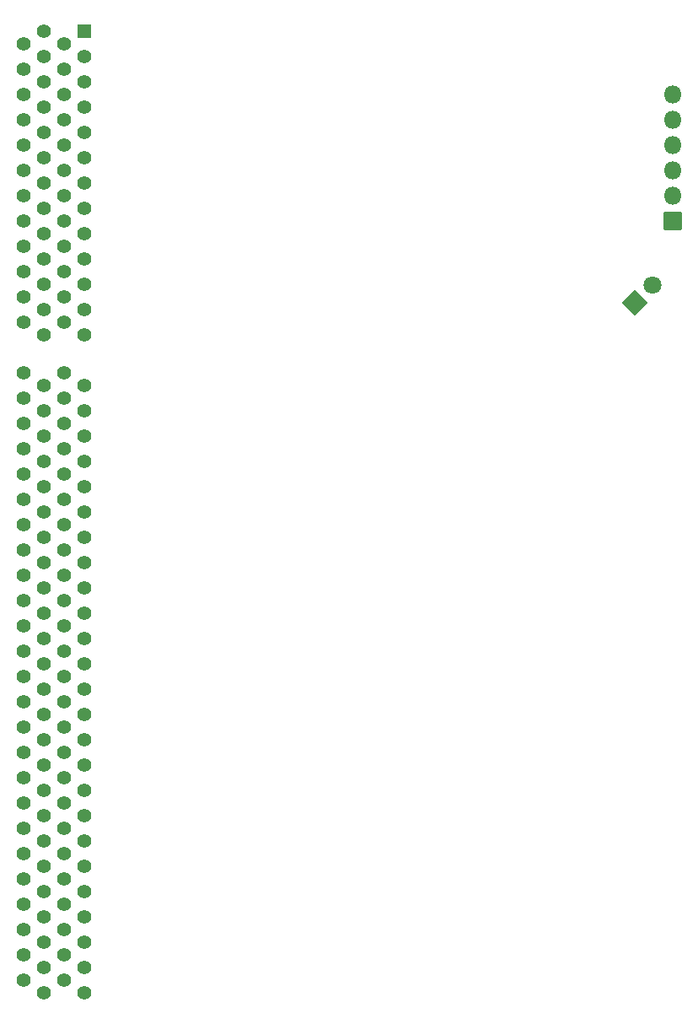
<source format=gbs>
G04 #@! TF.GenerationSoftware,KiCad,Pcbnew,6.0.8-f2edbf62ab~116~ubuntu22.04.1*
G04 #@! TF.CreationDate,2022-10-12T19:55:46+02:00*
G04 #@! TF.ProjectId,A1200FaStRamExpansion,41313230-3046-4615-9374-52616d457870,1.0*
G04 #@! TF.SameCoordinates,Original*
G04 #@! TF.FileFunction,Soldermask,Bot*
G04 #@! TF.FilePolarity,Negative*
%FSLAX46Y46*%
G04 Gerber Fmt 4.6, Leading zero omitted, Abs format (unit mm)*
G04 Created by KiCad (PCBNEW 6.0.8-f2edbf62ab~116~ubuntu22.04.1) date 2022-10-12 19:55:46*
%MOMM*%
%LPD*%
G01*
G04 APERTURE LIST*
G04 Aperture macros list*
%AMRoundRect*
0 Rectangle with rounded corners*
0 $1 Rounding radius*
0 $2 $3 $4 $5 $6 $7 $8 $9 X,Y pos of 4 corners*
0 Add a 4 corners polygon primitive as box body*
4,1,4,$2,$3,$4,$5,$6,$7,$8,$9,$2,$3,0*
0 Add four circle primitives for the rounded corners*
1,1,$1+$1,$2,$3*
1,1,$1+$1,$4,$5*
1,1,$1+$1,$6,$7*
1,1,$1+$1,$8,$9*
0 Add four rect primitives between the rounded corners*
20,1,$1+$1,$2,$3,$4,$5,0*
20,1,$1+$1,$4,$5,$6,$7,0*
20,1,$1+$1,$6,$7,$8,$9,0*
20,1,$1+$1,$8,$9,$2,$3,0*%
%AMHorizOval*
0 Thick line with rounded ends*
0 $1 width*
0 $2 $3 position (X,Y) of the first rounded end (center of the circle)*
0 $4 $5 position (X,Y) of the second rounded end (center of the circle)*
0 Add line between two ends*
20,1,$1,$2,$3,$4,$5,0*
0 Add two circle primitives to create the rounded ends*
1,1,$1,$2,$3*
1,1,$1,$4,$5*%
G04 Aperture macros list end*
%ADD10RoundRect,0.050800X0.654000X-0.654000X0.654000X0.654000X-0.654000X0.654000X-0.654000X-0.654000X0*%
%ADD11C,1.409600*%
%ADD12RoundRect,0.050000X0.850000X0.850000X-0.850000X0.850000X-0.850000X-0.850000X0.850000X-0.850000X0*%
%ADD13O,1.800000X1.800000*%
%ADD14RoundRect,0.050000X1.202082X0.000000X0.000000X1.202082X-1.202082X0.000000X0.000000X-1.202082X0*%
%ADD15HorizOval,1.800000X0.000000X0.000000X0.000000X0.000000X0*%
G04 APERTURE END LIST*
D10*
X86360000Y-57150000D03*
D11*
X82296000Y-57150000D03*
X84328000Y-58420000D03*
X80264000Y-58420000D03*
X86360000Y-59690000D03*
X82296000Y-59690000D03*
X84328000Y-60960000D03*
X80264000Y-60960000D03*
X86360000Y-62230000D03*
X82296000Y-62230000D03*
X84328000Y-63500000D03*
X80264000Y-63500000D03*
X86360000Y-64770000D03*
X82296000Y-64770000D03*
X84328000Y-66040000D03*
X80264000Y-66040000D03*
X86360000Y-67310000D03*
X82296000Y-67310000D03*
X84328000Y-68580000D03*
X80264000Y-68580000D03*
X86360000Y-69850000D03*
X82296000Y-69850000D03*
X84328000Y-71120000D03*
X80264000Y-71120000D03*
X86360000Y-72390000D03*
X82296000Y-72390000D03*
X84328000Y-73660000D03*
X80264000Y-73660000D03*
X86360000Y-74930000D03*
X82296000Y-74930000D03*
X84328000Y-76200000D03*
X80264000Y-76200000D03*
X86360000Y-77470000D03*
X82296000Y-77470000D03*
X84328000Y-78740000D03*
X80264000Y-78740000D03*
X86360000Y-80010000D03*
X82296000Y-80010000D03*
X84328000Y-81280000D03*
X80264000Y-81280000D03*
X86360000Y-82550000D03*
X82296000Y-82550000D03*
X84328000Y-83820000D03*
X80264000Y-83820000D03*
X86360000Y-85090000D03*
X82296000Y-85090000D03*
X84328000Y-86360000D03*
X80264000Y-86360000D03*
X86360000Y-87630000D03*
X82296000Y-87630000D03*
X84328000Y-91440000D03*
X80264000Y-91440000D03*
X86360000Y-92710000D03*
X82296000Y-92710000D03*
X84328000Y-93980000D03*
X80264000Y-93980000D03*
X86360000Y-95250000D03*
X82296000Y-95250000D03*
X84328000Y-96520000D03*
X80264000Y-96520000D03*
X86360000Y-97790000D03*
X82296000Y-97790000D03*
X84328000Y-99060000D03*
X80264000Y-99060000D03*
X86360000Y-100330000D03*
X82296000Y-100330000D03*
X84328000Y-101600000D03*
X80264000Y-101600000D03*
X86360000Y-102870000D03*
X82296000Y-102870000D03*
X84328000Y-104140000D03*
X80264000Y-104140000D03*
X86360000Y-105410000D03*
X82296000Y-105410000D03*
X84328000Y-106680000D03*
X80264000Y-106680000D03*
X86360000Y-107950000D03*
X82296000Y-107950000D03*
X84328000Y-109220000D03*
X80264000Y-109220000D03*
X86360000Y-110490000D03*
X82296000Y-110490000D03*
X84328000Y-111760000D03*
X80264000Y-111760000D03*
X86360000Y-113030000D03*
X82296000Y-113030000D03*
X84328000Y-114300000D03*
X80264000Y-114300000D03*
X86360000Y-115570000D03*
X82296000Y-115570000D03*
X84328000Y-116840000D03*
X80264000Y-116840000D03*
X86360000Y-118110000D03*
X82296000Y-118110000D03*
X84328000Y-119380000D03*
X80264000Y-119380000D03*
X86360000Y-120650000D03*
X82296000Y-120650000D03*
X84328000Y-121920000D03*
X80264000Y-121920000D03*
X86360000Y-123190000D03*
X82296000Y-123190000D03*
X84328000Y-124460000D03*
X80264000Y-124460000D03*
X86360000Y-125730000D03*
X82296000Y-125730000D03*
X84328000Y-127000000D03*
X80264000Y-127000000D03*
X86360000Y-128270000D03*
X82296000Y-128270000D03*
X84328000Y-129540000D03*
X80264000Y-129540000D03*
X86360000Y-130810000D03*
X82296000Y-130810000D03*
X84328000Y-132080000D03*
X80264000Y-132080000D03*
X86360000Y-133350000D03*
X82296000Y-133350000D03*
X84328000Y-134620000D03*
X80264000Y-134620000D03*
X86360000Y-135890000D03*
X82296000Y-135890000D03*
X84328000Y-137160000D03*
X80264000Y-137160000D03*
X86360000Y-138430000D03*
X82296000Y-138430000D03*
X84328000Y-139700000D03*
X80264000Y-139700000D03*
X86360000Y-140970000D03*
X82296000Y-140970000D03*
X84328000Y-142240000D03*
X80264000Y-142240000D03*
X86360000Y-143510000D03*
X82296000Y-143510000D03*
X84328000Y-144780000D03*
X80264000Y-144780000D03*
X86360000Y-146050000D03*
X82296000Y-146050000D03*
X84328000Y-147320000D03*
X80264000Y-147320000D03*
X86360000Y-148590000D03*
X82296000Y-148590000D03*
X84328000Y-149860000D03*
X80264000Y-149860000D03*
X86360000Y-151130000D03*
X82296000Y-151130000D03*
X84328000Y-152400000D03*
X80264000Y-152400000D03*
X86360000Y-153670000D03*
X82296000Y-153670000D03*
D12*
X145415000Y-76200000D03*
D13*
X145415000Y-73660000D03*
X145415000Y-71120000D03*
X145415000Y-68580000D03*
X145415000Y-66040000D03*
X145415000Y-63500000D03*
D14*
X141605000Y-84455000D03*
D15*
X143401051Y-82658949D03*
M02*

</source>
